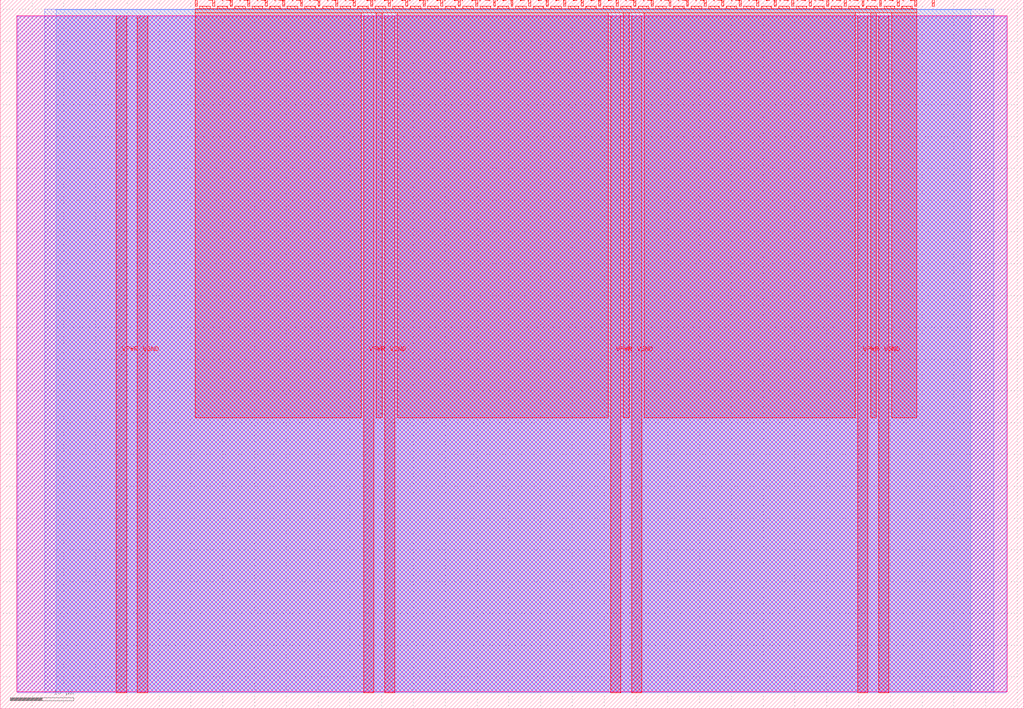
<source format=lef>
VERSION 5.7 ;
  NOWIREEXTENSIONATPIN ON ;
  DIVIDERCHAR "/" ;
  BUSBITCHARS "[]" ;
MACRO tt_um_flappy_vga_cutout1
  CLASS BLOCK ;
  FOREIGN tt_um_flappy_vga_cutout1 ;
  ORIGIN 0.000 0.000 ;
  SIZE 161.000 BY 111.520 ;
  PIN VGND
    DIRECTION INOUT ;
    USE GROUND ;
    PORT
      LAYER met4 ;
        RECT 21.580 2.480 23.180 109.040 ;
    END
    PORT
      LAYER met4 ;
        RECT 60.450 2.480 62.050 109.040 ;
    END
    PORT
      LAYER met4 ;
        RECT 99.320 2.480 100.920 109.040 ;
    END
    PORT
      LAYER met4 ;
        RECT 138.190 2.480 139.790 109.040 ;
    END
  END VGND
  PIN VPWR
    DIRECTION INOUT ;
    USE POWER ;
    PORT
      LAYER met4 ;
        RECT 18.280 2.480 19.880 109.040 ;
    END
    PORT
      LAYER met4 ;
        RECT 57.150 2.480 58.750 109.040 ;
    END
    PORT
      LAYER met4 ;
        RECT 96.020 2.480 97.620 109.040 ;
    END
    PORT
      LAYER met4 ;
        RECT 134.890 2.480 136.490 109.040 ;
    END
  END VPWR
  PIN clk
    DIRECTION INPUT ;
    USE SIGNAL ;
    ANTENNAGATEAREA 0.852000 ;
    PORT
      LAYER met4 ;
        RECT 143.830 110.520 144.130 111.520 ;
    END
  END clk
  PIN ena
    DIRECTION INPUT ;
    USE SIGNAL ;
    PORT
      LAYER met4 ;
        RECT 146.590 110.520 146.890 111.520 ;
    END
  END ena
  PIN rst_n
    DIRECTION INPUT ;
    USE SIGNAL ;
    ANTENNAGATEAREA 0.196500 ;
    PORT
      LAYER met4 ;
        RECT 141.070 110.520 141.370 111.520 ;
    END
  END rst_n
  PIN ui_in[0]
    DIRECTION INPUT ;
    USE SIGNAL ;
    ANTENNAGATEAREA 0.196500 ;
    PORT
      LAYER met4 ;
        RECT 138.310 110.520 138.610 111.520 ;
    END
  END ui_in[0]
  PIN ui_in[1]
    DIRECTION INPUT ;
    USE SIGNAL ;
    PORT
      LAYER met4 ;
        RECT 135.550 110.520 135.850 111.520 ;
    END
  END ui_in[1]
  PIN ui_in[2]
    DIRECTION INPUT ;
    USE SIGNAL ;
    PORT
      LAYER met4 ;
        RECT 132.790 110.520 133.090 111.520 ;
    END
  END ui_in[2]
  PIN ui_in[3]
    DIRECTION INPUT ;
    USE SIGNAL ;
    PORT
      LAYER met4 ;
        RECT 130.030 110.520 130.330 111.520 ;
    END
  END ui_in[3]
  PIN ui_in[4]
    DIRECTION INPUT ;
    USE SIGNAL ;
    PORT
      LAYER met4 ;
        RECT 127.270 110.520 127.570 111.520 ;
    END
  END ui_in[4]
  PIN ui_in[5]
    DIRECTION INPUT ;
    USE SIGNAL ;
    PORT
      LAYER met4 ;
        RECT 124.510 110.520 124.810 111.520 ;
    END
  END ui_in[5]
  PIN ui_in[6]
    DIRECTION INPUT ;
    USE SIGNAL ;
    PORT
      LAYER met4 ;
        RECT 121.750 110.520 122.050 111.520 ;
    END
  END ui_in[6]
  PIN ui_in[7]
    DIRECTION INPUT ;
    USE SIGNAL ;
    PORT
      LAYER met4 ;
        RECT 118.990 110.520 119.290 111.520 ;
    END
  END ui_in[7]
  PIN uio_in[0]
    DIRECTION INPUT ;
    USE SIGNAL ;
    PORT
      LAYER met4 ;
        RECT 116.230 110.520 116.530 111.520 ;
    END
  END uio_in[0]
  PIN uio_in[1]
    DIRECTION INPUT ;
    USE SIGNAL ;
    PORT
      LAYER met4 ;
        RECT 113.470 110.520 113.770 111.520 ;
    END
  END uio_in[1]
  PIN uio_in[2]
    DIRECTION INPUT ;
    USE SIGNAL ;
    PORT
      LAYER met4 ;
        RECT 110.710 110.520 111.010 111.520 ;
    END
  END uio_in[2]
  PIN uio_in[3]
    DIRECTION INPUT ;
    USE SIGNAL ;
    PORT
      LAYER met4 ;
        RECT 107.950 110.520 108.250 111.520 ;
    END
  END uio_in[3]
  PIN uio_in[4]
    DIRECTION INPUT ;
    USE SIGNAL ;
    PORT
      LAYER met4 ;
        RECT 105.190 110.520 105.490 111.520 ;
    END
  END uio_in[4]
  PIN uio_in[5]
    DIRECTION INPUT ;
    USE SIGNAL ;
    PORT
      LAYER met4 ;
        RECT 102.430 110.520 102.730 111.520 ;
    END
  END uio_in[5]
  PIN uio_in[6]
    DIRECTION INPUT ;
    USE SIGNAL ;
    PORT
      LAYER met4 ;
        RECT 99.670 110.520 99.970 111.520 ;
    END
  END uio_in[6]
  PIN uio_in[7]
    DIRECTION INPUT ;
    USE SIGNAL ;
    PORT
      LAYER met4 ;
        RECT 96.910 110.520 97.210 111.520 ;
    END
  END uio_in[7]
  PIN uio_oe[0]
    DIRECTION OUTPUT ;
    USE SIGNAL ;
    PORT
      LAYER met4 ;
        RECT 49.990 110.520 50.290 111.520 ;
    END
  END uio_oe[0]
  PIN uio_oe[1]
    DIRECTION OUTPUT ;
    USE SIGNAL ;
    PORT
      LAYER met4 ;
        RECT 47.230 110.520 47.530 111.520 ;
    END
  END uio_oe[1]
  PIN uio_oe[2]
    DIRECTION OUTPUT ;
    USE SIGNAL ;
    PORT
      LAYER met4 ;
        RECT 44.470 110.520 44.770 111.520 ;
    END
  END uio_oe[2]
  PIN uio_oe[3]
    DIRECTION OUTPUT ;
    USE SIGNAL ;
    PORT
      LAYER met4 ;
        RECT 41.710 110.520 42.010 111.520 ;
    END
  END uio_oe[3]
  PIN uio_oe[4]
    DIRECTION OUTPUT ;
    USE SIGNAL ;
    PORT
      LAYER met4 ;
        RECT 38.950 110.520 39.250 111.520 ;
    END
  END uio_oe[4]
  PIN uio_oe[5]
    DIRECTION OUTPUT ;
    USE SIGNAL ;
    PORT
      LAYER met4 ;
        RECT 36.190 110.520 36.490 111.520 ;
    END
  END uio_oe[5]
  PIN uio_oe[6]
    DIRECTION OUTPUT ;
    USE SIGNAL ;
    PORT
      LAYER met4 ;
        RECT 33.430 110.520 33.730 111.520 ;
    END
  END uio_oe[6]
  PIN uio_oe[7]
    DIRECTION OUTPUT ;
    USE SIGNAL ;
    PORT
      LAYER met4 ;
        RECT 30.670 110.520 30.970 111.520 ;
    END
  END uio_oe[7]
  PIN uio_out[0]
    DIRECTION OUTPUT ;
    USE SIGNAL ;
    ANTENNAGATEAREA 0.499500 ;
    ANTENNADIFFAREA 0.891000 ;
    PORT
      LAYER met4 ;
        RECT 72.070 110.520 72.370 111.520 ;
    END
  END uio_out[0]
  PIN uio_out[1]
    DIRECTION OUTPUT ;
    USE SIGNAL ;
    ANTENNAGATEAREA 0.373500 ;
    ANTENNADIFFAREA 0.445500 ;
    PORT
      LAYER met4 ;
        RECT 69.310 110.520 69.610 111.520 ;
    END
  END uio_out[1]
  PIN uio_out[2]
    DIRECTION OUTPUT ;
    USE SIGNAL ;
    ANTENNAGATEAREA 0.621000 ;
    ANTENNADIFFAREA 0.891000 ;
    PORT
      LAYER met4 ;
        RECT 66.550 110.520 66.850 111.520 ;
    END
  END uio_out[2]
  PIN uio_out[3]
    DIRECTION OUTPUT ;
    USE SIGNAL ;
    ANTENNAGATEAREA 0.868500 ;
    ANTENNADIFFAREA 0.891000 ;
    PORT
      LAYER met4 ;
        RECT 63.790 110.520 64.090 111.520 ;
    END
  END uio_out[3]
  PIN uio_out[4]
    DIRECTION OUTPUT ;
    USE SIGNAL ;
    ANTENNAGATEAREA 0.373500 ;
    ANTENNADIFFAREA 0.445500 ;
    PORT
      LAYER met4 ;
        RECT 61.030 110.520 61.330 111.520 ;
    END
  END uio_out[4]
  PIN uio_out[5]
    DIRECTION OUTPUT ;
    USE SIGNAL ;
    ANTENNAGATEAREA 0.868500 ;
    ANTENNADIFFAREA 0.891000 ;
    PORT
      LAYER met4 ;
        RECT 58.270 110.520 58.570 111.520 ;
    END
  END uio_out[5]
  PIN uio_out[6]
    DIRECTION OUTPUT ;
    USE SIGNAL ;
    ANTENNAGATEAREA 0.373500 ;
    ANTENNADIFFAREA 0.445500 ;
    PORT
      LAYER met4 ;
        RECT 55.510 110.520 55.810 111.520 ;
    END
  END uio_out[6]
  PIN uio_out[7]
    DIRECTION OUTPUT ;
    USE SIGNAL ;
    ANTENNAGATEAREA 0.495000 ;
    ANTENNADIFFAREA 0.445500 ;
    PORT
      LAYER met4 ;
        RECT 52.750 110.520 53.050 111.520 ;
    END
  END uio_out[7]
  PIN uo_out[0]
    DIRECTION OUTPUT ;
    USE SIGNAL ;
    ANTENNADIFFAREA 0.445500 ;
    PORT
      LAYER met4 ;
        RECT 94.150 110.520 94.450 111.520 ;
    END
  END uo_out[0]
  PIN uo_out[1]
    DIRECTION OUTPUT ;
    USE SIGNAL ;
    ANTENNADIFFAREA 0.445500 ;
    PORT
      LAYER met4 ;
        RECT 91.390 110.520 91.690 111.520 ;
    END
  END uo_out[1]
  PIN uo_out[2]
    DIRECTION OUTPUT ;
    USE SIGNAL ;
    ANTENNADIFFAREA 0.445500 ;
    PORT
      LAYER met4 ;
        RECT 88.630 110.520 88.930 111.520 ;
    END
  END uo_out[2]
  PIN uo_out[3]
    DIRECTION OUTPUT ;
    USE SIGNAL ;
    ANTENNADIFFAREA 0.445500 ;
    PORT
      LAYER met4 ;
        RECT 85.870 110.520 86.170 111.520 ;
    END
  END uo_out[3]
  PIN uo_out[4]
    DIRECTION OUTPUT ;
    USE SIGNAL ;
    ANTENNADIFFAREA 0.445500 ;
    PORT
      LAYER met4 ;
        RECT 83.110 110.520 83.410 111.520 ;
    END
  END uo_out[4]
  PIN uo_out[5]
    DIRECTION OUTPUT ;
    USE SIGNAL ;
    ANTENNADIFFAREA 0.445500 ;
    PORT
      LAYER met4 ;
        RECT 80.350 110.520 80.650 111.520 ;
    END
  END uo_out[5]
  PIN uo_out[6]
    DIRECTION OUTPUT ;
    USE SIGNAL ;
    ANTENNADIFFAREA 0.445500 ;
    PORT
      LAYER met4 ;
        RECT 77.590 110.520 77.890 111.520 ;
    END
  END uo_out[6]
  PIN uo_out[7]
    DIRECTION OUTPUT ;
    USE SIGNAL ;
    ANTENNADIFFAREA 0.795200 ;
    PORT
      LAYER met4 ;
        RECT 74.830 110.520 75.130 111.520 ;
    END
  END uo_out[7]
  OBS
      LAYER nwell ;
        RECT 2.570 2.635 158.430 108.990 ;
      LAYER li1 ;
        RECT 2.760 2.635 158.240 108.885 ;
      LAYER met1 ;
        RECT 2.760 2.480 158.240 109.040 ;
      LAYER met2 ;
        RECT 7.000 2.535 156.300 110.005 ;
      LAYER met3 ;
        RECT 8.805 2.555 152.655 109.985 ;
      LAYER met4 ;
        RECT 31.370 110.120 33.030 110.520 ;
        RECT 34.130 110.120 35.790 110.520 ;
        RECT 36.890 110.120 38.550 110.520 ;
        RECT 39.650 110.120 41.310 110.520 ;
        RECT 42.410 110.120 44.070 110.520 ;
        RECT 45.170 110.120 46.830 110.520 ;
        RECT 47.930 110.120 49.590 110.520 ;
        RECT 50.690 110.120 52.350 110.520 ;
        RECT 53.450 110.120 55.110 110.520 ;
        RECT 56.210 110.120 57.870 110.520 ;
        RECT 58.970 110.120 60.630 110.520 ;
        RECT 61.730 110.120 63.390 110.520 ;
        RECT 64.490 110.120 66.150 110.520 ;
        RECT 67.250 110.120 68.910 110.520 ;
        RECT 70.010 110.120 71.670 110.520 ;
        RECT 72.770 110.120 74.430 110.520 ;
        RECT 75.530 110.120 77.190 110.520 ;
        RECT 78.290 110.120 79.950 110.520 ;
        RECT 81.050 110.120 82.710 110.520 ;
        RECT 83.810 110.120 85.470 110.520 ;
        RECT 86.570 110.120 88.230 110.520 ;
        RECT 89.330 110.120 90.990 110.520 ;
        RECT 92.090 110.120 93.750 110.520 ;
        RECT 94.850 110.120 96.510 110.520 ;
        RECT 97.610 110.120 99.270 110.520 ;
        RECT 100.370 110.120 102.030 110.520 ;
        RECT 103.130 110.120 104.790 110.520 ;
        RECT 105.890 110.120 107.550 110.520 ;
        RECT 108.650 110.120 110.310 110.520 ;
        RECT 111.410 110.120 113.070 110.520 ;
        RECT 114.170 110.120 115.830 110.520 ;
        RECT 116.930 110.120 118.590 110.520 ;
        RECT 119.690 110.120 121.350 110.520 ;
        RECT 122.450 110.120 124.110 110.520 ;
        RECT 125.210 110.120 126.870 110.520 ;
        RECT 127.970 110.120 129.630 110.520 ;
        RECT 130.730 110.120 132.390 110.520 ;
        RECT 133.490 110.120 135.150 110.520 ;
        RECT 136.250 110.120 137.910 110.520 ;
        RECT 139.010 110.120 140.670 110.520 ;
        RECT 141.770 110.120 143.430 110.520 ;
        RECT 30.655 109.440 144.145 110.120 ;
        RECT 30.655 45.735 56.750 109.440 ;
        RECT 59.150 45.735 60.050 109.440 ;
        RECT 62.450 45.735 95.620 109.440 ;
        RECT 98.020 45.735 98.920 109.440 ;
        RECT 101.320 45.735 134.490 109.440 ;
        RECT 136.890 45.735 137.790 109.440 ;
        RECT 140.190 45.735 144.145 109.440 ;
  END
END tt_um_flappy_vga_cutout1
END LIBRARY


</source>
